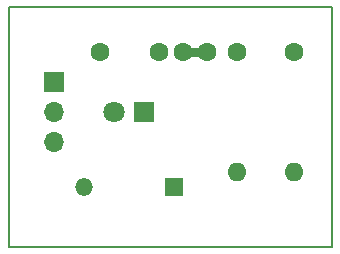
<source format=gbr>
%TF.GenerationSoftware,KiCad,Pcbnew,(5.0.0)*%
%TF.CreationDate,2018-10-05T06:04:53-03:00*%
%TF.ProjectId,LAVIGNA_GONZALO,4C415649474E415F474F4E5A414C4F2E,1*%
%TF.SameCoordinates,Original*%
%TF.FileFunction,Copper,L1,Top,Signal*%
%TF.FilePolarity,Positive*%
%FSLAX46Y46*%
G04 Gerber Fmt 4.6, Leading zero omitted, Abs format (unit mm)*
G04 Created by KiCad (PCBNEW (5.0.0)) date 10/05/18 06:04:53*
%MOMM*%
%LPD*%
G01*
G04 APERTURE LIST*
%TA.AperFunction,NonConductor*%
%ADD10C,0.150000*%
%TD*%
%TA.AperFunction,ComponentPad*%
%ADD11C,1.600000*%
%TD*%
%TA.AperFunction,ComponentPad*%
%ADD12O,1.600000X1.600000*%
%TD*%
%TA.AperFunction,ComponentPad*%
%ADD13R,1.800000X1.800000*%
%TD*%
%TA.AperFunction,ComponentPad*%
%ADD14C,1.800000*%
%TD*%
%TA.AperFunction,ComponentPad*%
%ADD15R,1.500000X1.500000*%
%TD*%
%TA.AperFunction,ComponentPad*%
%ADD16O,1.500000X1.500000*%
%TD*%
%TA.AperFunction,ComponentPad*%
%ADD17R,1.700000X1.700000*%
%TD*%
%TA.AperFunction,ComponentPad*%
%ADD18O,1.700000X1.700000*%
%TD*%
%TA.AperFunction,ViaPad*%
%ADD19C,1.600000*%
%TD*%
%TA.AperFunction,Conductor*%
%ADD20C,0.800000*%
%TD*%
G04 APERTURE END LIST*
D10*
X114300000Y-82550000D02*
X114300000Y-62230000D01*
X141605000Y-82550000D02*
X114300000Y-82550000D01*
X141605000Y-62230000D02*
X141605000Y-82550000D01*
X114300000Y-62230000D02*
X141605000Y-62230000D01*
D11*
%TO.P,R2,1*%
%TO.N,Net-(C1-Pad1)*%
X138430000Y-66040000D03*
D12*
%TO.P,R2,2*%
%TO.N,Net-(D2-Pad1)*%
X138430000Y-76200000D03*
%TD*%
D11*
%TO.P,C1,1*%
%TO.N,Net-(C1-Pad1)*%
X127000000Y-66040000D03*
%TO.P,C1,2*%
%TO.N,Net-(C1-Pad2)*%
X122000000Y-66040000D03*
%TD*%
D13*
%TO.P,D1,1*%
%TO.N,Net-(C1-Pad1)*%
X125730000Y-71120000D03*
D14*
%TO.P,D1,2*%
%TO.N,Net-(C1-Pad2)*%
X123190000Y-71120000D03*
%TD*%
D15*
%TO.P,D2,1*%
%TO.N,Net-(D2-Pad1)*%
X128270000Y-77470000D03*
D16*
%TO.P,D2,2*%
%TO.N,Net-(D2-Pad2)*%
X120650000Y-77470000D03*
%TD*%
D17*
%TO.P,J1,1*%
%TO.N,Net-(C1-Pad2)*%
X118110000Y-68580000D03*
D18*
%TO.P,J1,2*%
%TO.N,Net-(J1-Pad2)*%
X118110000Y-71120000D03*
%TO.P,J1,3*%
%TO.N,Net-(D2-Pad2)*%
X118110000Y-73660000D03*
%TD*%
D11*
%TO.P,R1,1*%
%TO.N,Net-(C1-Pad1)*%
X133604000Y-66040000D03*
D12*
%TO.P,R1,2*%
%TO.N,Net-(D2-Pad1)*%
X133604000Y-76200000D03*
%TD*%
D19*
%TO.N,Net-(C1-Pad1)*%
X129032000Y-66040000D03*
X131064000Y-66040000D03*
%TD*%
D20*
%TO.N,Net-(C1-Pad1)*%
X129032000Y-66040000D02*
X131064000Y-66040000D01*
%TD*%
M02*

</source>
